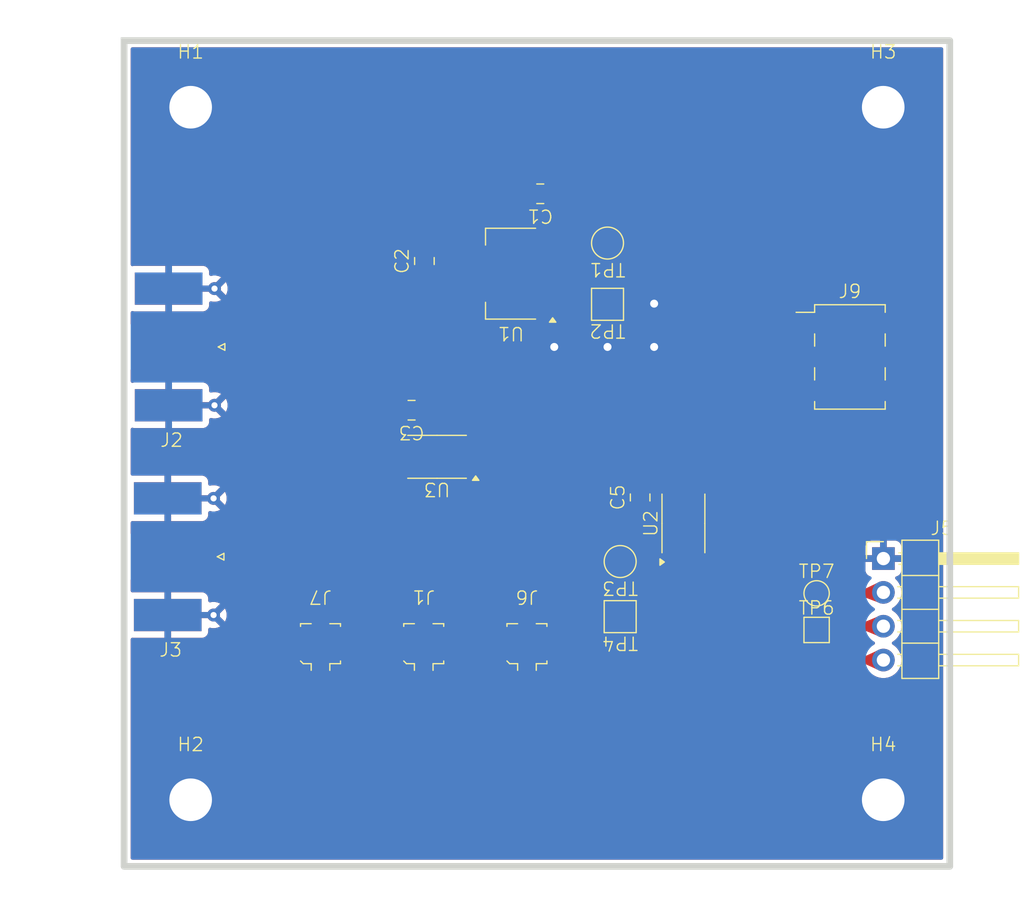
<source format=kicad_pcb>
(kicad_pcb (version 20241229) (generator "pcbnew") (generator_version "9.0")
  (title_block (title "LMPT Contraption – Project Caroline") (date "2025-07-28") (rev "B") (company "B4CKSP4CE") (comment 1 "CERN-OHL-S") (comment 2 "@heyflo"))
  (layers (0 "F.Cu" signal) (2 "B.Cu" signal) (25 "Edge.Cuts" user))
  (net 0 "")
  (net 1 "Net-(J5-Pin_2)")
  (net 2 "GND")
  (net 3 "+3V3")
  (net 4 "Net-(U1-VI)")
  (net 5 "Net-(J1-In)")
  (net 6 "Net-(J3-In)")
  (net 7 "Net-(J2-In)")
  (net 8 "Net-(J5-Pin_3)")
  (net 9 "Net-(J6-In)")
  (net 10 "Net-(J7-In)")
  (net 11 "Net-(J5-Pin_4)")
  (net 12 "Net-(J9-Pin_5)")
  (net 13 "Net-(J9-Pin_3)")
  (net 14 "Net-(J9-Pin_1)")
  (net 15 "Net-(U2-CLKIN)")
  (footprint "Capacitor_SMD:C_0805_2012Metric" (layer "F.Cu") (at 117.55 91.55 90)
    (property "Reference" "C2" (at 0 -1.68 90) (layer "F.SilkS") (effects (font (thickness 0.1))))
    (property "Value" "10uF 16V")
    (pad "1" smd roundrect (at -0.95 0 90) (size 1 1.45) (layers "F.Cu" "F.Mask" "F.Paste") (net 3 "+3V3"))
    (pad "2" smd roundrect (at 0.95 0 90) (size 1 1.45) (layers "F.Cu" "F.Mask" "F.Paste") (net 2 "GND"))
  )
  (footprint "Connector_Coaxial:U.FL_Molex_MCRF_73412-0110_Vertical" (layer "F.Cu") (at 109.75 120.28 180)
    (property "Reference" "J7" (at 0 3.5 180) (layer "F.SilkS") (effects (font (thickness 0.1))))
    (property "Value" "CLK_C")
    (pad "1" smd roundrect (at 0 1.5) (size 1 1) (layers "F.Cu" "F.Mask" "F.Paste") (roundrect_rratio 0.1) (net 10 "Net-(J7-In)"))
    (pad "2" smd roundrect (at -1.475 0) (size 1.05 2.2) (layers "F.Cu" "F.Mask" "F.Paste") (roundrect_rratio 0.1) (net 2 "GND"))
    (pad "2" smd roundrect (at 0 -1.5) (size 1 1) (layers "F.Cu" "F.Mask" "F.Paste") (roundrect_rratio 0.1) (net 2 "GND"))
    (pad "2" smd roundrect (at 1.475 0) (size 1.05 2.2) (layers "F.Cu" "F.Mask" "F.Paste") (roundrect_rratio 0.1) (net 2 "GND"))
  )
  (footprint "TestPoint:TestPoint_Pad_1.5x1.5mm" (layer "F.Cu") (at 147 119.25)
    (property "Reference" "TP6" (at 0 -1.648 0) (layer "F.SilkS") (effects (font (thickness 0.1))))
    (property "Value" "GNSS_RXD")
    (pad "1" smd rect (at 0 0) (size 1.5 1.5) (layers "F.Cu" "F.Mask") (net 8 "Net-(J5-Pin_3)"))
  )
  (footprint "TestPoint:TestPoint_Pad_2.0x2.0mm" (layer "F.Cu") (at 132.25 118.25 180)
    (property "Reference" "TP4" (at 0 -1.998 180) (layer "F.SilkS") (effects (font (thickness 0.1))))
    (property "Value" "GNSS_GND")
    (pad "1" smd rect (at 0 0 180) (size 2 2) (layers "F.Cu" "F.Mask") (net 2 "GND"))
  )
  (footprint "Package_SO:TSSOP-8_4.4x3mm_P0.65mm" (layer "F.Cu") (at 137 111.25 90)
    (property "Reference" "U2" (at 0 -2.45 90) (layer "F.SilkS") (effects (font (thickness 0.1))))
    (property "Value" "CDCV304")
    (pad "1" smd roundrect (at -2.8625 -0.975 90) (size 1.475 0.4) (layers "F.Cu" "F.Mask" "F.Paste") (net 15 "Net-(U2-CLKIN)"))
    (pad "2" smd roundrect (at -2.8625 -0.325 90) (size 1.475 0.4) (layers "F.Cu" "F.Mask" "F.Paste") (net 3 "+3V3"))
    (pad "3" smd roundrect (at -2.8625 0.325 90) (size 1.475 0.4) (layers "F.Cu" "F.Mask" "F.Paste") (net 11 "Net-(J5-Pin_4)"))
    (pad "4" smd roundrect (at -2.8625 0.975 90) (size 1.475 0.4) (layers "F.Cu" "F.Mask" "F.Paste") (net 2 "GND"))
    (pad "5" smd roundrect (at 2.8625 0.975 90) (size 1.475 0.4) (layers "F.Cu" "F.Mask" "F.Paste") (net 12 "Net-(J9-Pin_5)"))
    (pad "6" smd roundrect (at 2.8625 0.325 90) (size 1.475 0.4) (layers "F.Cu" "F.Mask" "F.Paste") (net 3 "+3V3"))
    (pad "7" smd roundrect (at 2.8625 -0.325 90) (size 1.475 0.4) (layers "F.Cu" "F.Mask" "F.Paste") (net 13 "Net-(J9-Pin_3)"))
    (pad "8" smd roundrect (at 2.8625 -0.975 90) (size 1.475 0.4) (layers "F.Cu" "F.Mask" "F.Paste") (net 14 "Net-(J9-Pin_1)"))
  )
  (footprint "Connector_Coaxial:U.FL_Molex_MCRF_73412-0110_Vertical" (layer "F.Cu") (at 117.5 120.28 180)
    (property "Reference" "J1" (at 0 3.5 180) (layer "F.SilkS") (effects (font (thickness 0.1))))
    (property "Value" "CLK_IN")
    (pad "1" smd roundrect (at 0 1.5) (size 1 1) (layers "F.Cu" "F.Mask" "F.Paste") (roundrect_rratio 0.1) (net 5 "Net-(J1-In)"))
    (pad "2" smd roundrect (at -1.475 0) (size 1.05 2.2) (layers "F.Cu" "F.Mask" "F.Paste") (roundrect_rratio 0.1) (net 2 "GND"))
    (pad "2" smd roundrect (at 0 -1.5) (size 1 1) (layers "F.Cu" "F.Mask" "F.Paste") (roundrect_rratio 0.1) (net 2 "GND"))
    (pad "2" smd roundrect (at 1.475 0) (size 1.05 2.2) (layers "F.Cu" "F.Mask" "F.Paste") (roundrect_rratio 0.1) (net 2 "GND"))
  )
  (footprint "MountingHole:MountingHole_3.2mm_M3_Pad_TopBottom" (layer "F.Cu") (at 100 80)
    (property "Reference" "H1" (at 0 -4.15 0) (layer "F.SilkS") (effects (font (thickness 0.1))))
    (property "Value" "M3 Pad Hole")
    (pad "1" thru_hole circle (at 0 0) (size 3.6 3.6) (drill 3.2) (layers "*.Cu" "*.Mask") (net 2 "GND"))
    (pad "1" connect circle (at 0 0) (size 6.4 6.4) (layers "F.Cu" "F.Mask") (net 2 "GND"))
    (pad "1" connect circle (at 0 0) (size 6.4 6.4) (layers "B.Cu" "B.Mask") (net 2 "GND"))
  )
  (footprint "Connector_Coaxial:SMA_Molex_73251-1153_EdgeMount_Horizontal" (layer "F.Cu") (at 100.07 98)
    (property "Reference" "J2" (at -1.5 7 0) (layer "F.SilkS") (effects (font (thickness 0.1))))
    (property "Value" "CLK_A")
    (pad "1" smd rect (at -1.72 0) (size 5.08 2.29) (layers "F.Cu" "F.Mask" "F.Paste") (net 7 "Net-(J2-In)"))
    (pad "2" smd rect (at -1.72 -4.38) (size 5.08 2.42) (layers "F.Cu" "F.Mask" "F.Paste") (net 2 "GND"))
    (pad "2" smd rect (at -1.72 -4.38) (size 5.08 2.42) (layers "B.Cu" "B.Mask" "B.Paste") (net 2 "GND"))
    (pad "2" smd rect (at -1.72 4.38) (size 5.08 2.42) (layers "F.Cu" "F.Mask" "F.Paste") (net 2 "GND"))
    (pad "2" smd rect (at -1.72 4.38) (size 5.08 2.42) (layers "B.Cu" "B.Mask" "B.Paste") (net 2 "GND"))
    (pad "2" smd rect (at 1.27 -4.38) (size 0.95 0.46) (layers "F.Cu") (net 2 "GND"))
    (pad "2" smd rect (at 1.27 -4.38) (size 0.95 0.46) (layers "B.Cu") (net 2 "GND"))
    (pad "2" smd rect (at 1.27 4.38) (size 0.95 0.46) (layers "F.Cu") (net 2 "GND"))
    (pad "2" smd rect (at 1.27 4.38) (size 0.95 0.46) (layers "B.Cu") (net 2 "GND"))
    (pad "2" thru_hole circle (at 1.72 -4.38) (size 0.97 0.97) (drill 0.46) (layers "*.Cu") (net 2 "GND"))
    (pad "2" thru_hole circle (at 1.72 4.38) (size 0.97 0.97) (drill 0.46) (layers "*.Cu") (net 2 "GND"))
  )
  (footprint "Connector_PinHeader_2.54mm:PinHeader_2x03_P2.54mm_Vertical_SMD" (layer "F.Cu") (at 149.5 98.75)
    (property "Reference" "J9" (at 0 -4.92 0) (layer "F.SilkS") (effects (font (thickness 0.1))))
    (property "Value" "PPS_OUT")
    (pad "1" smd rect (at -2.525 -2.54) (size 3.15 1) (layers "F.Cu" "F.Mask" "F.Paste") (net 14 "Net-(J9-Pin_1)"))
    (pad "2" smd rect (at 2.525 -2.54) (size 3.15 1) (layers "F.Cu" "F.Mask" "F.Paste") (net 2 "GND"))
    (pad "3" smd rect (at -2.525 0) (size 3.15 1) (layers "F.Cu" "F.Mask" "F.Paste") (net 13 "Net-(J9-Pin_3)"))
    (pad "4" smd rect (at 2.525 0) (size 3.15 1) (layers "F.Cu" "F.Mask" "F.Paste") (net 2 "GND"))
    (pad "5" smd rect (at -2.525 2.54) (size 3.15 1) (layers "F.Cu" "F.Mask" "F.Paste") (net 12 "Net-(J9-Pin_5)"))
    (pad "6" smd rect (at 2.525 2.54) (size 3.15 1) (layers "F.Cu" "F.Mask" "F.Paste") (net 2 "GND"))
  )
  (footprint "TestPoint:TestPoint_Pad_D1.5mm" (layer "F.Cu") (at 147 116.5)
    (property "Reference" "TP7" (at 0 -1.648 0) (layer "F.SilkS") (effects (font (thickness 0.1))))
    (property "Value" "GNSS_TXD")
    (pad "1" smd circle (at 0 0) (size 1.5 1.5) (layers "F.Cu" "F.Mask") (net 1 "Net-(J5-Pin_2)"))
  )
  (footprint "MountingHole:MountingHole_3.2mm_M3_Pad_TopBottom" (layer "F.Cu") (at 152 132)
    (property "Reference" "H4" (at 0 -4.15 0) (layer "F.SilkS") (effects (font (thickness 0.1))))
    (property "Value" "M3 Pad Hole")
    (pad "1" thru_hole circle (at 0 0) (size 3.6 3.6) (drill 3.2) (layers "*.Cu" "*.Mask") (net 2 "GND"))
    (pad "1" connect circle (at 0 0) (size 6.4 6.4) (layers "F.Cu" "F.Mask") (net 2 "GND"))
    (pad "1" connect circle (at 0 0) (size 6.4 6.4) (layers "B.Cu" "B.Mask") (net 2 "GND"))
  )
  (footprint "Package_TO_SOT_SMD:SOT-223-3_TabPin2" (layer "F.Cu") (at 124.05 92.5 180)
    (property "Reference" "U1" (at 0 -4.5 180) (layer "F.SilkS") (effects (font (thickness 0.1))))
    (property "Value" "LT1117-3.3")
    (pad "1" smd roundrect (at -3.15 -2.3 180) (size 2 1.5) (layers "F.Cu" "F.Mask" "F.Paste") (net 2 "GND"))
    (pad "2" smd roundrect (at -3.15 0 180) (size 2 1.5) (layers "F.Cu" "F.Mask" "F.Paste") (net 3 "+3V3"))
    (pad "2" smd roundrect (at 3.15 0 180) (size 2 3.8) (layers "F.Cu" "F.Mask" "F.Paste") (net 3 "+3V3"))
    (pad "3" smd roundrect (at -3.15 2.3 180) (size 2 1.5) (layers "F.Cu" "F.Mask" "F.Paste") (net 4 "Net-(U1-VI)"))
  )
  (footprint "Package_SO:TSSOP-8_4.4x3mm_P0.65mm" (layer "F.Cu") (at 118.5 106.25 180)
    (property "Reference" "U3" (at 0 -2.45 180) (layer "F.SilkS") (effects (font (thickness 0.1))))
    (property "Value" "CDCV304")
    (pad "1" smd roundrect (at -2.8625 -0.975 180) (size 1.475 0.4) (layers "F.Cu" "F.Mask" "F.Paste") (net 5 "Net-(J1-In)"))
    (pad "2" smd roundrect (at -2.8625 -0.325 180) (size 1.475 0.4) (layers "F.Cu" "F.Mask" "F.Paste") (net 3 "+3V3"))
    (pad "3" smd roundrect (at -2.8625 0.325 180) (size 1.475 0.4) (layers "F.Cu" "F.Mask" "F.Paste") (net 9 "Net-(J6-In)"))
    (pad "4" smd roundrect (at -2.8625 0.975 180) (size 1.475 0.4) (layers "F.Cu" "F.Mask" "F.Paste") (net 2 "GND"))
    (pad "5" smd roundrect (at 2.8625 0.975 180) (size 1.475 0.4) (layers "F.Cu" "F.Mask" "F.Paste") (net 7 "Net-(J2-In)"))
    (pad "6" smd roundrect (at 2.8625 0.325 180) (size 1.475 0.4) (layers "F.Cu" "F.Mask" "F.Paste") (net 3 "+3V3"))
    (pad "7" smd roundrect (at 2.8625 -0.325 180) (size 1.475 0.4) (layers "F.Cu" "F.Mask" "F.Paste") (net 6 "Net-(J3-In)"))
    (pad "8" smd roundrect (at 2.8625 -0.975 180) (size 1.475 0.4) (layers "F.Cu" "F.Mask" "F.Paste") (net 10 "Net-(J7-In)"))
  )
  (footprint "Capacitor_SMD:C_0805_2012Metric" (layer "F.Cu") (at 126.25 86.5 180)
    (property "Reference" "C1" (at 0 -1.68 180) (layer "F.SilkS") (effects (font (thickness 0.1))))
    (property "Value" "10uF 16V")
    (pad "1" smd roundrect (at -0.95 0 180) (size 1 1.45) (layers "F.Cu" "F.Mask" "F.Paste") (net 4 "Net-(U1-VI)"))
    (pad "2" smd roundrect (at 0.95 0 180) (size 1 1.45) (layers "F.Cu" "F.Mask" "F.Paste") (net 2 "GND"))
  )
  (footprint "MountingHole:MountingHole_3.2mm_M3_Pad_TopBottom" (layer "F.Cu") (at 152 80)
    (property "Reference" "H3" (at 0 -4.15 0) (layer "F.SilkS") (effects (font (thickness 0.1))))
    (property "Value" "M3 Pad Hole")
    (pad "1" thru_hole circle (at 0 0) (size 3.6 3.6) (drill 3.2) (layers "*.Cu" "*.Mask") (net 2 "GND"))
    (pad "1" connect circle (at 0 0) (size 6.4 6.4) (layers "F.Cu" "F.Mask") (net 2 "GND"))
    (pad "1" connect circle (at 0 0) (size 6.4 6.4) (layers "B.Cu" "B.Mask") (net 2 "GND"))
  )
  (footprint "TestPoint:TestPoint_Pad_D2.0mm" (layer "F.Cu") (at 132.25 114.1125 180)
    (property "Reference" "TP3" (at 0 -1.998 180) (layer "F.SilkS") (effects (font (thickness 0.1))))
    (property "Value" "GNSS_PPS")
    (pad "1" smd circle (at 0 0 180) (size 2 2) (layers "F.Cu" "F.Mask") (net 15 "Net-(U2-CLKIN)"))
  )
  (footprint "TestPoint:TestPoint_Pad_2.0x2.0mm" (layer "F.Cu") (at 131.3 94.8 180)
    (property "Reference" "TP2" (at 0 -1.998 180) (layer "F.SilkS") (effects (font (thickness 0.1))))
    (property "Value" "GND")
    (pad "1" smd rect (at 0 0 180) (size 2 2) (layers "F.Cu" "F.Mask") (net 2 "GND"))
  )
  (footprint "TestPoint:TestPoint_Pad_D2.0mm" (layer "F.Cu") (at 131.3 90.2 180)
    (property "Reference" "TP1" (at 0 -1.998 180) (layer "F.SilkS") (effects (font (thickness 0.1))))
    (property "Value" "VIN")
    (pad "1" smd circle (at 0 0 180) (size 2 2) (layers "F.Cu" "F.Mask") (net 4 "Net-(U1-VI)"))
  )
  (footprint "Capacitor_SMD:C_0805_2012Metric" (layer "F.Cu") (at 133.75 109.3 90)
    (property "Reference" "C5" (at 0 -1.68 90) (layer "F.SilkS") (effects (font (thickness 0.1))))
    (property "Value" "0.1uF 6.3V")
    (pad "1" smd roundrect (at -0.95 0 90) (size 1 1.45) (layers "F.Cu" "F.Mask" "F.Paste") (net 3 "+3V3"))
    (pad "2" smd roundrect (at 0.95 0 90) (size 1 1.45) (layers "F.Cu" "F.Mask" "F.Paste") (net 2 "GND"))
  )
  (footprint "Capacitor_SMD:C_0805_2012Metric" (layer "F.Cu") (at 116.5875 102.75 180)
    (property "Reference" "C3" (at 0 -1.68 180) (layer "F.SilkS") (effects (font (thickness 0.1))))
    (property "Value" "0.1uF 6.3V")
    (pad "1" smd roundrect (at -0.95 0 180) (size 1 1.45) (layers "F.Cu" "F.Mask" "F.Paste") (net 3 "+3V3"))
    (pad "2" smd roundrect (at 0.95 0 180) (size 1 1.45) (layers "F.Cu" "F.Mask" "F.Paste") (net 2 "GND"))
  )
  (footprint "Connector_Coaxial:SMA_Molex_73251-1153_EdgeMount_Horizontal" (layer "F.Cu") (at 100 113.75)
    (property "Reference" "J3" (at -1.5 7 0) (layer "F.SilkS") (effects (font (thickness 0.1))))
    (property "Value" "CLK_B")
    (pad "1" smd rect (at -1.72 0) (size 5.08 2.29) (layers "F.Cu" "F.Mask" "F.Paste") (net 6 "Net-(J3-In)"))
    (pad "2" smd rect (at -1.72 -4.38) (size 5.08 2.42) (layers "F.Cu" "F.Mask" "F.Paste") (net 2 "GND"))
    (pad "2" smd rect (at -1.72 -4.38) (size 5.08 2.42) (layers "B.Cu" "B.Mask" "B.Paste") (net 2 "GND"))
    (pad "2" smd rect (at -1.72 4.38) (size 5.08 2.42) (layers "F.Cu" "F.Mask" "F.Paste") (net 2 "GND"))
    (pad "2" smd rect (at -1.72 4.38) (size 5.08 2.42) (layers "B.Cu" "B.Mask" "B.Paste") (net 2 "GND"))
    (pad "2" smd rect (at 1.27 -4.38) (size 0.95 0.46) (layers "F.Cu") (net 2 "GND"))
    (pad "2" smd rect (at 1.27 -4.38) (size 0.95 0.46) (layers "B.Cu") (net 2 "GND"))
    (pad "2" smd rect (at 1.27 4.38) (size 0.95 0.46) (layers "F.Cu") (net 2 "GND"))
    (pad "2" smd rect (at 1.27 4.38) (size 0.95 0.46) (layers "B.Cu") (net 2 "GND"))
    (pad "2" thru_hole circle (at 1.72 -4.38) (size 0.97 0.97) (drill 0.46) (layers "*.Cu") (net 2 "GND"))
    (pad "2" thru_hole circle (at 1.72 4.38) (size 0.97 0.97) (drill 0.46) (layers "*.Cu") (net 2 "GND"))
  )
  (footprint "Connector_PinHeader_2.54mm:PinHeader_1x04_P2.54mm_Horizontal" (layer "F.Cu") (at 152.015 113.89)
    (property "Reference" "J5" (at 4.385 -2.27 0) (layer "F.SilkS") (effects (font (thickness 0.1))))
    (property "Value" "RPI_CONN")
    (pad "1" thru_hole rect (at 0 0) (size 1.7 1.7) (drill 1) (layers "*.Cu" "*.Mask") (net 2 "GND"))
    (pad "2" thru_hole circle (at 0 2.54) (size 1.7 1.7) (drill 1) (layers "*.Cu" "*.Mask") (net 1 "Net-(J5-Pin_2)"))
    (pad "3" thru_hole circle (at 0 5.08) (size 1.7 1.7) (drill 1) (layers "*.Cu" "*.Mask") (net 8 "Net-(J5-Pin_3)"))
    (pad "4" thru_hole circle (at 0 7.62) (size 1.7 1.7) (drill 1) (layers "*.Cu" "*.Mask") (net 11 "Net-(J5-Pin_4)"))
  )
  (footprint "MountingHole:MountingHole_3.2mm_M3_Pad_TopBottom" (layer "F.Cu") (at 100 132)
    (property "Reference" "H2" (at 0 -4.15 0) (layer "F.SilkS") (effects (font (thickness 0.1))))
    (property "Value" "M3 Pad Hole")
    (pad "1" thru_hole circle (at 0 0) (size 3.6 3.6) (drill 3.2) (layers "*.Cu" "*.Mask") (net 2 "GND"))
    (pad "1" connect circle (at 0 0) (size 6.4 6.4) (layers "F.Cu" "F.Mask") (net 2 "GND"))
    (pad "1" connect circle (at 0 0) (size 6.4 6.4) (layers "B.Cu" "B.Mask") (net 2 "GND"))
  )
  (footprint "Connector_Coaxial:U.FL_Molex_MCRF_73412-0110_Vertical" (layer "F.Cu") (at 125.25 120.28 180)
    (property "Reference" "J6" (at 0 3.5 180) (layer "F.SilkS") (effects (font (thickness 0.1))))
    (property "Value" "CLK_D")
    (pad "1" smd roundrect (at 0 1.5) (size 1 1) (layers "F.Cu" "F.Mask" "F.Paste") (roundrect_rratio 0.1) (net 9 "Net-(J6-In)"))
    (pad "2" smd roundrect (at -1.475 0) (size 1.05 2.2) (layers "F.Cu" "F.Mask" "F.Paste") (roundrect_rratio 0.1) (net 2 "GND"))
    (pad "2" smd roundrect (at 0 -1.5) (size 1 1) (layers "F.Cu" "F.Mask" "F.Paste") (roundrect_rratio 0.1) (net 2 "GND"))
    (pad "2" smd roundrect (at 1.475 0) (size 1.05 2.2) (layers "F.Cu" "F.Mask" "F.Paste") (roundrect_rratio 0.1) (net 2 "GND"))
  )
  (gr_poly (pts (xy 111.898444 82.352509) (xy 111.9007 82.352722) (xy 111.902943 82.353072) (xy 111.905166 82.353559) (xy 111.907364 82.354181) (xy 111.909529 82.35494) (xy 111.911656 82.355835) (xy 111.913737 82.356867) (xy 111.98243 82.394497) (xy 112.05037 82.433376) (xy 112.11754 82.473491) (xy 112.183925 82.514829) (xy 112.249507 82.557379) (xy 112.314271 82.601128) (xy 112.378201 82.646065) (xy 112.441279 82.692178) (xy 112.503491 82.739453) (xy 112.564819 82.78788) (xy 112.625248 82.837445) (xy 112.684762 82.888138) (xy 112.743343 82.939945) (xy 112.800976 82.992855) (xy 112.857644 83.046855) (xy 112.913332 83.101934) (xy 112.914726 83.103466) (xy 112.916031 83.105049) (xy 112.917245 83.106679) (xy 112.91837 83.108353) (xy 112.919404 83.110068) (xy 112.920349 83.11182) (xy 112.921204 83.113605) (xy 112.921968 83.115421) (xy 112.922643 83.117265) (xy 112.923228 83.119132) (xy 112.923723 83.121019) (xy 112.924127 83.122923) (xy 112.924442 83.124841) (xy 112.924667 83.126769) (xy 112.924802 83.128703) (xy 112.924847 83.130641) (xy 112.924802 83.132579) (xy 112.924667 83.134514) (xy 112.924442 83.136442) (xy 112.924127 83.138359) (xy 112.923723 83.140264) (xy 112.923228 83.142151) (xy 112.922643 83.144018) (xy 112.921968 83.145861) (xy 112.921204 83.147677) (xy 112.920349 83.149463) (xy 112.919404 83.151215) (xy 112.91837 83.15293) (xy 112.917245 83.154604) (xy 112.916031 83.156234) (xy 112.914726 83.157817) (xy 112.913332 83.159349) (xy 112.64585 83.446781) (xy 112.443281 83.671378) (xy 112.221479 83.925284) (xy 112.000434 84.190043) (xy 111.896441 84.320723) (xy 111.800134 84.447195) (xy 111.714011 84.567152) (xy 111.64057 84.678285) (xy 111.582311 84.778287) (xy 111.541731 84.864853) (xy 111.541084 84.866595) (xy 111.540544 84.868362) (xy 111.540112 84.870148) (xy 111.539787 84.871948) (xy 111.539569 84.873759) (xy 111.539456 84.875575) (xy 111.53945 84.877392) (xy 111.53955 84.879204) (xy 111.539754 84.881008) (xy 111.540063 84.882798) (xy 111.540476 84.88457) (xy 111.540994 84.886319) (xy 111.541614 84.888041) (xy 111.542338 84.88973) (xy 111.543165 84.891382) (xy 111.544094 84.892992) (xy 111.545117 84.894544) (xy 111.546223 84.896023) (xy 111.547408 84.897427) (xy 111.548669 84.898754) (xy 111.55 84.9) (xy 111.551399 84.901164) (xy 111.552861 84.902242) (xy 111.554382 84.903233) (xy 111.555958 84.904134) (xy 111.557585 84.904943) (xy 111.559258 84.905657) (xy 111.560975 84.906273) (xy 111.562731 84.90679) (xy 111.564521 84.907204) (xy 111.566342 84.907513) (xy 111.56819 84.907715) (xy 111.69066 84.920818) (xy 111.826297 84.94956) (xy 111.972124 84.994311) (xy 112.125167 85.055444) (xy 112.282449 85.133329) (xy 112.440997 85.228337) (xy 112.597833 85.340841) (xy 112.749984 85.471211) (xy 112.823372 85.543212) (xy 112.894473 85.619819) (xy 112.962915 85.701078) (xy 113.028325 85.787036) (xy 113.090332 85.877739) (xy 113.148565 85.973233) (xy 113.20265 86.073565) (xy 113.252217 86.178782) (xy 113.296893 86.288929) (xy 113.336306 86.404053) (xy 113.370084 86.524201) (xy 113.397856 86.649418) (xy 113.41925 86.779753) (xy 113.433893 86.915249) (xy 113.441413 87.055955) (xy 113.44144 87.201917) (xy 113.433847 87.367473) (xy 113.420051 87.525996) (xy 113.400423 87.677621) (xy 113.375338 87.822485) (xy 113.34517 87.960725) (xy 113.310291 88.092477) (xy 113.271075 88.217877) (xy 113.227896 88.337062) (xy 113.181128 88.450169) (xy 113.131143 88.557333) (xy 113.078315 88.658692) (xy 113.023019 88.754381) (xy 112.965626 88.844537) (xy 112.906512 88.929296) (xy 112.846049 89.008795) (xy 112.784611 89.083171) (xy 112.722572 89.152559) (xy 112.660305 89.217097) (xy 112.598183 89.276919) (xy 112.53658 89.332164) (xy 112.416426 89.429466) (xy 112.30283 89.510093) (xy 112.198781 89.575136) (xy 112.107267 89.625687) (xy 112.031276 89.662837) (xy 111.973796 89.687678) (xy 111.973181 89.687918) (xy 111.972561 89.688132) (xy 111.971936 89.688321) (xy 111.971308 89.688483) (xy 111.970677 89.68862) (xy 111.970043 89.688732) (xy 111.969408 89.688818) (xy 111.968772 89.688879) (xy 111.968136 89.688915) (xy 111.9675 89.688927) (xy 111.966866 89.688914) (xy 111.966234 89.688876) (xy 111.965604 89.688814) (xy 111.964978 89.688728) (xy 111.96374 89.688485) (xy 111.962523 89.688147) (xy 111.961925 89.687943) (xy 111.961335 89.687716) (xy 111.960753 89.687466) (xy 111.96018 89.687194) (xy 111.959617 89.686899) (xy 111.959064 89.686581) (xy 111.958523 89.686241) (xy 111.957994 89.68588) (xy 111.957478 89.685496) (xy 111.956975 89.68509) (xy 111.956487 89.684663) (xy 111.956013 89.684215) (xy 111.955554 89.683745) (xy 111.955112 89.683255) (xy 111.954292 89.682226) (xy 111.953564 89.681147) (xy 111.952929 89.680025) (xy 111.952389 89.678866) (xy 111.951943 89.677674) (xy 111.951592 89.676456) (xy 111.951337 89.675218) (xy 111.951177 89.673965) (xy 111.951115 89.672704) (xy 111.951149 89.67144) (xy 111.951281 89.670179) (xy 111.951511 89.668928) (xy 111.95184 89.667691) (xy 111.952268 89.666475) (xy 111.952795 89.665286) (xy 111.953423 89.664129) (xy 111.991069 89.595317) (xy 112.037048 89.497313) (xy 112.060985 89.438427) (xy 112.084392 89.373519) (xy 112.106398 89.303013) (xy 112.12613 89.227335) (xy 112.142719 89.14691) (xy 112.155292 89.062163) (xy 112.162979 88.97352) (xy 112.164908 88.881405) (xy 112.160208 88.786243) (xy 112.148008 88.688461) (xy 112.127436 88.588482) (xy 112.113738 88.537803) (xy 112.097621 88.486733) (xy 112.075458 88.427293) (xy 112.050598 88.370772) (xy 112.023198 88.317104) (xy 111.993417 88.266225) (xy 111.961414 88.21807) (xy 111.927345 88.172574) (xy 111.89137 88.129674) (xy 111.853647 88.089304) (xy 111.814333 88.0514) (xy 111.773588 88.015897) (xy 111.731568 87.98273) (xy 111.688433 87.951836) (xy 111.64434 87.923148) (xy 111.599448 87.896603) (xy 111.507899 87.849683) (xy 111.41505 87.810557) (xy 111.322168 87.778709) (xy 111.230517 87.753622) (xy 111.141364 87.734779) (xy 111.055973 87.721663) (xy 110.97561 87.713756) (xy 110.901541 87.710542) (xy 110.83503 87.711504) (xy 110.704047 87.722365) (xy 110.574747 87.743003) (xy 110.448065 87.773508) (xy 110.324934 87.813972) (xy 110.264993 87.837967) (xy 110.206289 87.864485) (xy 110.14894 87.893538) (xy 110.093062 87.925137) (xy 110.038772 87.959294) (xy 109.986187 87.99602) (xy 109.935424 88.035327) (xy 109.886598 88.077224) (xy 109.839828 88.121725) (xy 109.795229 88.16884) (xy 109.752919 88.218581) (xy 109.713014 88.270958) (xy 109.67563 88.325984) (xy 109.640885 88.383669) (xy 109.608895 88.444026) (xy 109.579777 88.507065) (xy 109.553647 88.572797) (xy 109.530623 88.641234) (xy 109.510821 88.712388) (xy 109.494357 88.786269) (xy 109.481349 88.86289) (xy 109.471913 88.94226) (xy 109.466166 89.024393) (xy 109.464224 89.109298) (xy 109.467318 89.202906) (xy 109.476371 89.291623) (xy 109.491041 89.37557) (xy 109.510984 89.454865) (xy 109.535858 89.52963) (xy 109.56532 89.599983) (xy 109.599027 89.666045) (xy 109.636637 89.727935) (xy 109.677807 89.785773) (xy 109.722195 89.83968) (xy 109.769456 89.889775) (xy 109.819249 89.936177) (xy 109.871231 89.979008) (xy 109.925059 90.018386) (xy 109.98039 90.054431) (xy 110.036882 90.087264) (xy 110.094191 90.117004) (xy 110.151976 90.143771) (xy 110.267599 90.188865) (xy 110.381009 90.223505) (xy 110.489464 90.248651) (xy 110.590222 90.265261) (xy 110.68054 90.274294) (xy 110.757677 90.276709) (xy 110.818891 90.273464) (xy 110.819564 90.273461) (xy 110.820233 90.273485) (xy 110.820896 90.273537) (xy 110.821552 90.273615) (xy 110.822202 90.27372) (xy 110.822844 90.27385) (xy 110.823477 90.274006) (xy 110.824102 90.274187) (xy 110.824717 90.274392) (xy 110.825321 90.274621) (xy 110.825915 90.274874) (xy 110.826497 90.27515) (xy 110.827067 90.275448) (xy 110.827624 90.275768) (xy 110.828168 90.27611) (xy 110.828697 90.276474) (xy 110.829212 90.276857) (xy 110.829711 90.277262) (xy 110.830194 90.277686) (xy 110.83066 90.278129) (xy 110.831109 90.278591) (xy 110.831539 90.279071) (xy 110.831951 90.27957) (xy 110.832344 90.280086) (xy 110.832717 90.280618) (xy 110.833068 90.281168) (xy 110.833399 90.281733) (xy 110.833708 90.282314) (xy 110.833994 90.28291) (xy 110.834256 90.283521) (xy 110.834495 90.284146) (xy 110.834709 90.284785) (xy 110.834897 90.285432) (xy 110.835056 90.286081) (xy 110.835188 90.286733) (xy 110.835292 90.287386) (xy 110.83537 90.288039) (xy 110.83542 90.288692) (xy 110.835443 90.289344) (xy 110.83544 90.289995) (xy 110.835411 90.290642) (xy 110.835356 90.291286) (xy 110.835276 90.291927) (xy 110.83517 90.292562) (xy 110.835039 90.293192) (xy 110.834884 90.293815) (xy 110.834704 90.294432) (xy 110.834499 90.29504) (xy 110.834271 90.29564) (xy 110.834019 90.296231) (xy 110.833743 90.296812) (xy 110.833444 90.297381) (xy 110.833123 90.297939) (xy 110.832779 90.298485) (xy 110.832412 90.299018) (xy 110.832023 90.299537) (xy 110.831613 90.300041) (xy 110.831181 90.30053) (xy 110.830728 90.301002) (xy 110.830253 90.301458) (xy 110.829758 90.301896) (xy 110.829243 90.302316) (xy 110.828707 90.302717) (xy 110.828151 90.303097) (xy 110.769837 90.337653) (xy 110.673928 90.379864) (xy 110.532472 90.42595) (xy 110.442178 90.449266) (xy 110.337515 90.472133) (xy 110.217488 90.494079) (xy 110.081104 90.514632) (xy 109.927368 90.533319) (xy 109.755287 90.549668) (xy 109.563865 90.563206) (xy 109.35211 90.573461) (xy 109.119026 90.579961) (xy 108.86362 90.582232) (xy 108.477873 90.574894) (xy 108.105167 90.553999) (xy 107.746563 90.521226) (xy 107.40312 90.478255) (xy 107.0759 90.426766) (xy 106.765962 90.368436) (xy 106.474368 90.304947) (xy 106.202177 90.237976) (xy 105.950449 90.169205) (xy 105.720246 90.100311) (xy 105.512628 90.032975) (xy 105.328655 89.968875) (xy 105.035885 89.857103) (xy 104.850421 89.778429) (xy 104.847144 89.776851) (xy 104.843973 89.775107) (xy 104.840914 89.773204) (xy 104.837972 89.771147) (xy 104.835151 89.768942) (xy 104.832457 89.766595) (xy 104.829895 89.764111) (xy 104.827469 89.761496) (xy 104.825186 89.758757) (xy 104.82305 89.755899) (xy 104.821066 89.752927) (xy 104.81924 89.749848) (xy 104.817575 89.746666) (xy 104.816079 89.743389) (xy 104.814754 89.740022) (xy 104.813608 89.736571) (xy 104.812649 89.733062) (xy 104.811885 89.729525) (xy 104.811315 89.725968) (xy 104.810937 89.722398) (xy 104.810751 89.718822) (xy 104.810756 89.715249) (xy 104.810949 89.711686) (xy 104.811332 89.70814) (xy 104.811902 89.70462) (xy 104.812658 89.701133) (xy 104.813599 89.697686) (xy 104.814725 89.694287) (xy 104.816034 89.690944) (xy 104.817526 89.687665) (xy 104.819199 89.684456) (xy 104.821052 89.681326) (xy 105.090397 89.255083) (xy 105.146514 89.159022) (xy 105.209637 89.02598) (xy 105.289893 88.824738) (xy 105.382602 88.54665) (xy 105.432163 88.376088) (xy 105.48308 88.183074) (xy 105.53477 87.966525) (xy 105.586647 87.725363) (xy 105.638126 87.458506) (xy 105.68862 87.164874) (xy 105.714534 87.013438) (xy 105.742348 86.866521) (xy 105.771884 86.724142) (xy 105.802963 86.58632) (xy 105.835406 86.453075) (xy 105.869036 86.324424) (xy 105.903673 86.200388) (xy 105.939139 86.080984) (xy 105.975256 85.966231) (xy 106.011844 85.85615) (xy 106.085722 85.650074) (xy 106.159343 85.462906) (xy 106.231281 85.294799) (xy 106.300105 85.145903) (xy 106.364388 85.01637) (xy 106.4227 84.90635) (xy 106.473614 84.815994) (xy 106.547531 84.694882) (xy 106.57471 84.654243) (xy 106.612035 84.60009) (xy 106.724282 84.457409) (xy 106.80863 84.362142) (xy 106.911861 84.255867) (xy 107.034028 84.142294) (xy 107.175182 84.02513) (xy 107.335373 83.908084) (xy 107.514653 83.794864) (xy 107.713072 83.689178) (xy 107.819476 83.64032) (xy 107.930683 83.594736) (xy 108.046701 83.552889) (xy 108.167536 83.515244) (xy 108.293194 83.482263) (xy 108.423682 83.454411) (xy 108.559007 83.432151) (xy 108.699173 83.415947) (xy 108.844189 83.406261) (xy 108.99406 83.403558) (xy 109.126483 83.407116) (xy 109.253783 83.415946) (xy 109.376041 83.429737) (xy 109.493337 83.44818) (xy 109.605752 83.470962) (xy 109.713368 83.497775) (xy 109.816265 83.528306) (xy 109.914525 83.562246) (xy 110.008228 83.599283) (xy 110.097455 83.639108) (xy 110.182287 83.68141) (xy 110.262806 83.725878) (xy 110.339092 83.772201) (xy 110.411225 83.820069) (xy 110.479288 83.869171) (xy 110.543361 83.919198) (xy 110.603525 83.969837) (xy 110.65986 84.020779) (xy 110.712449 84.071713) (xy 110.761371 84.122328) (xy 110.848541 84.22136) (xy 110.922017 84.31539) (xy 110.982447 84.401935) (xy 111.03048 84.478508) (xy 111.066762 84.542625) (xy 111.091941 84.591801) (xy 111.092837 84.59326) (xy 111.093817 84.594647) (xy 111.094878 84.595961) (xy 111.096014 84.597198) (xy 111.097223 84.598356) (xy 111.098498 84.599433) (xy 111.099836 84.600425) (xy 111.101233 84.601331) (xy 111.102683 84.602147) (xy 111.104184 84.60287) (xy 111.10573 84.603499) (xy 111.107317 84.604031) (xy 111.108941 84.604462) (xy 111.110597 84.604791) (xy 111.112281 84.605015) (xy 111.113988 84.60513) (xy 111.114846 84.605147) (xy 111.1157 84.605135) (xy 111.117395 84.605031) (xy 111.11907 84.60482) (xy 111.12072 84.604504) (xy 111.122341 84.604086) (xy 111.123927 84.603567) (xy 111.125475 84.602951) (xy 111.12698 84.602239) (xy 111.128437 84.601434) (xy 111.129842 84.600539) (xy 111.13119 84.599555) (xy 111.132477 84.598485) (xy 111.133698 84.597331) (xy 111.134848 84.596095) (xy 111.135924 84.59478) (xy 111.136433 84.594094) (xy 111.136921 84.593389) (xy 111.230085 84.413276) (xy 111.315588 84.233206) (xy 111.393697 84.054371) (xy 111.464681 83.877968) (xy 111.528811 83.705191) (xy 111.586354 83.537235) (xy 111.637579 83.375294) (xy 111.682756 83.220565) (xy 111.722153 83.074241) (xy 111.75604 82.937518) (xy 111.808358 82.697653) (xy 111.841862 82.510529) (xy 111.858704 82.385705) (xy 111.85904 82.383407) (xy 111.859514 82.381149) (xy 111.860123 82.378937) (xy 111.860861 82.376776) (xy 111.861727 82.374671) (xy 111.862715 82.372627) (xy 111.863824 82.370651) (xy 111.865048 82.368746) (xy 111.866385 82.366918) (xy 111.86783 82.365173) (xy 111.869381 82.363515) (xy 111.871034 82.36195) (xy 111.872784 82.360483) (xy 111.874629 82.359119) (xy 111.876565 82.357865) (xy 111.878589 82.356723) (xy 111.880679 82.355709) (xy 111.882812 82.354831) (xy 111.884984 82.35409) (xy 111.887186 82.353486) (xy 111.889413 82.353017) (xy 111.891659 82.352686) (xy 111.893917 82.35249) (xy 111.896181 82.352431)) (fill yes) (layer "F.Cu"))
  (gr_rect (start 95 75) (end 157 137) (stroke (width 0.5)) (fill no) (layer "Edge.Cuts"))
  (segment (start 147 116.5) (end 151.945 116.5) (width 0.4) (layer "F.Cu") (net 1))
  (segment (start 151.945 116.5) (end 152.015 116.43) (width 0.4) (layer "F.Cu") (net 1))
  (via (at 134.8 94.75) (size 2.4) (drill 0.6) (layers "F.Cu" "B.Cu") (net 2))
  (via (at 131.3 98) (size 2.4) (drill 0.6) (layers "F.Cu" "B.Cu") (net 2))
  (via (at 127.3 98) (size 2.4) (drill 0.6) (layers "F.Cu" "B.Cu") (net 2))
  (via (at 134.8 98) (size 2.4) (drill 0.6) (layers "F.Cu" "B.Cu") (net 2))
  (segment (start 117.5375 105.925) (end 117.5375 102.75) (width 0.3) (layer "F.Cu") (net 3))
  (segment (start 137.325 110.325) (end 137.325 108.3875) (width 0.3) (layer "F.Cu") (net 3))
  (segment (start 115.6375 105.925) (end 117.5375 105.925) (width 0.3) (layer "F.Cu") (net 3))
  (segment (start 140.75 110.3) (end 140.725 110.325) (width 0.3) (layer "F.Cu") (net 3))
  (segment (start 117.5375 105.925) (end 118.1875 106.575) (width 0.3) (layer "F.Cu") (net 3))
  (segment (start 120.9 92.5) (end 127.2 92.5) (width 0.4) (layer "F.Cu") (net 3))
  (segment (start 120.9 92.5) (end 117.55 92.5) (width 0.4) (layer "F.Cu") (net 3))
  (segment (start 117.5375 102.75) (end 124 102.75) (width 0.3) (layer "F.Cu") (net 3))
  (segment (start 131.575 110.325) (end 137.325 110.325) (width 0.3) (layer "F.Cu") (net 3))
  (segment (start 117.5375 102.75) (end 117.5375 92.5125) (width 0.3) (layer "F.Cu") (net 3))
  (segment (start 136.675 114.1125) (end 136.675 110.325) (width 0.3) (layer "F.Cu") (net 3))
  (segment (start 117.5375 92.5125) (end 117.55 92.5) (width 0.3) (layer "F.Cu") (net 3))
  (segment (start 136.675 110.325) (end 137.325 110.325) (width 0.3) (layer "F.Cu") (net 3))
  (segment (start 118.1875 106.575) (end 121.3625 106.575) (width 0.3) (layer "F.Cu") (net 3))
  (segment (start 124 102.75) (end 131.575 110.325) (width 0.3) (layer "F.Cu") (net 3))
  (segment (start 127.2 86.5) (end 127.2 90.2) (width 0.4) (layer "F.Cu") (net 4))
  (segment (start 131.3 90.2) (end 127.2 90.2) (width 0.4) (layer "F.Cu") (net 4))
  (segment (start 117.5 115.75) (end 121.3625 111.8875) (width 0.3) (layer "F.Cu") (net 5))
  (segment (start 117.5 118.78) (end 117.5 115.75) (width 0.3) (layer "F.Cu") (net 5))
  (segment (start 121.3625 111.8875) (end 121.3625 107.225) (width 0.3) (layer "F.Cu") (net 5))
  (segment (start 112.425 106.575) (end 115.6375 106.575) (width 0.3) (layer "F.Cu") (net 6))
  (segment (start 105.25 113.75) (end 112.425 106.575) (width 0.3) (layer "F.Cu") (net 6))
  (segment (start 98.28 113.75) (end 105.25 113.75) (width 0.3) (layer "F.Cu") (net 6))
  (segment (start 105 98) (end 112.275 105.275) (width 0.3) (layer "F.Cu") (net 7))
  (segment (start 98.35 98) (end 105 98) (width 0.3) (layer "F.Cu") (net 7))
  (segment (start 112.275 105.275) (end 115.6375 105.275) (width 0.3) (layer "F.Cu") (net 7))
  (segment (start 147 119.25) (end 149.25 119.25) (width 0.4) (layer "F.Cu") (net 8))
  (segment (start 149.53 118.97) (end 152.015 118.97) (width 0.4) (layer "F.Cu") (net 8))
  (segment (start 149.25 119.25) (end 149.53 118.97) (width 0.4) (layer "F.Cu") (net 8))
  (segment (start 125.25 118.78) (end 125.25 107) (width 0.3) (layer "F.Cu") (net 9))
  (segment (start 125.25 107) (end 124.175 105.925) (width 0.3) (layer "F.Cu") (net 9))
  (segment (start 124.175 105.925) (end 121.3625 105.925) (width 0.3) (layer "F.Cu") (net 9))
  (segment (start 109.75 118.78) (end 109.75 115.75) (width 0.3) (layer "F.Cu") (net 10))
  (segment (start 115.6375 109.8625) (end 115.6375 107.225) (width 0.3) (layer "F.Cu") (net 10))
  (segment (start 109.75 115.75) (end 115.6375 109.8625) (width 0.3) (layer "F.Cu") (net 10))
  (segment (start 139.013674 118.513675) (end 139.098528 118.598528) (width 0.3) (layer "F.Cu") (net 11))
  (segment (start 142.01 121.51) (end 152.015 121.51) (width 0.3) (layer "F.Cu") (net 11))
  (segment (start 138.589412 117.750001) (end 138.627944 117.711466) (width 0.3) (layer "F.Cu") (net 11))
  (segment (start 138.967356 117.711467) (end 139.052208 117.796319) (width 0.3) (layer "F.Cu") (net 11))
  (segment (start 139.052208 118.135731) (end 139.013673 118.174263) (width 0.3) (layer "F.Cu") (net 11))
  (segment (start 137.325 114.1125) (end 137.325 116.825) (width 0.3) (layer "F.Cu") (net 11))
  (segment (start 140.296029 119.796029) (end 142.01 121.51) (width 0.3) (layer "F.Cu") (net 11))
  (segment (start 139.098528 118.598528) (end 140.296029 119.796029) (width 0.3) (layer "F.Cu") (net 11))
  (segment (start 137.325 116.825) (end 138.25 117.75) (width 0.3) (layer "F.Cu") (net 11))
  (arc (start 139.013673 118.174263) (mid 138.94338 118.343969) (end 139.013674 118.513675) (width 0.3) (layer "F.Cu") (net 11))
  (arc (start 139.052208 117.796319) (mid 139.122502 117.966024) (end 139.052208 118.135731) (width 0.3) (layer "F.Cu") (net 11))
  (arc (start 138.25 117.75) (mid 138.419706 117.820294) (end 138.589412 117.750001) (width 0.3) (layer "F.Cu") (net 11))
  (arc (start 138.627944 117.711466) (mid 138.79765 117.641173) (end 138.967356 117.711467) (width 0.3) (layer "F.Cu") (net 11))
  (segment (start 139.098528 104.151471) (end 139.098529 104.151471) (width 0.3) (layer "F.Cu") (net 12))
  (segment (start 141.55926 101.690736) (end 141.644115 101.605884) (width 0.3) (layer "F.Cu") (net 12))
  (segment (start 141.068245 103.23619) (end 140.710731 102.878676) (width 0.3) (layer "F.Cu") (net 12))
  (segment (start 140.286469 103.302942) (end 140.643982 103.660455) (width 0.3) (layer "F.Cu") (net 12))
  (segment (start 139.947057 103.302942) (end 139.947058 103.302942) (width 0.3) (layer "F.Cu") (net 12))
  (segment (start 139.286365 105.357543) (end 139.371217 105.27269) (width 0.3) (layer "F.Cu") (net 12))
  (segment (start 140.134894 104.509014) (end 140.219746 104.424161) (width 0.3) (layer "F.Cu") (net 12))
  (segment (start 140.795586 102.454413) (end 140.795587 102.454413) (width 0.3) (layer "F.Cu") (net 12))
  (segment (start 141.644115 101.605884) (end 141.96 101.29) (width 0.3) (layer "F.Cu") (net 12))
  (segment (start 141.96 101.29) (end 142.676324 101.29) (width 0.3) (layer "F.Cu") (net 12))
  (segment (start 140.983393 103.660455) (end 141.068245 103.575602) (width 0.3) (layer "F.Cu") (net 12))
  (segment (start 138.589411 105) (end 138.946954 105.357543) (width 0.3) (layer "F.Cu") (net 12))
  (segment (start 140.710731 102.539265) (end 140.795586 102.454413) (width 0.3) (layer "F.Cu") (net 12))
  (segment (start 139.862202 103.387794) (end 139.947057 103.302942) (width 0.3) (layer "F.Cu") (net 12))
  (segment (start 141.831952 102.811956) (end 141.916804 102.727103) (width 0.3) (layer "F.Cu") (net 12))
  (segment (start 139.371217 104.933278) (end 139.013673 104.575734) (width 0.3) (layer "F.Cu") (net 12))
  (segment (start 139.43794 104.151471) (end 139.795483 104.509014) (width 0.3) (layer "F.Cu") (net 12))
  (segment (start 139.013673 104.236323) (end 139.098528 104.151471) (width 0.3) (layer "F.Cu") (net 12))
  (segment (start 141.916804 102.387691) (end 141.55926 102.030147) (width 0.3) (layer "F.Cu") (net 12))
  (segment (start 142.676324 101.29) (end 146.975 101.29) (width 0.3) (layer "F.Cu") (net 12))
  (segment (start 137.975 105.275) (end 138.25 105) (width 0.3) (layer "F.Cu") (net 12))
  (segment (start 140.219746 104.084749) (end 139.862202 103.727205) (width 0.3) (layer "F.Cu") (net 12))
  (segment (start 137.975 108.3875) (end 137.975 105.275) (width 0.3) (layer "F.Cu") (net 12))
  (segment (start 141.134998 102.454413) (end 141.492541 102.811956) (width 0.3) (layer "F.Cu") (net 12))
  (arc (start 141.916804 102.727103) (mid 141.987099 102.557397) (end 141.916804 102.387691) (width 0.3) (layer "F.Cu") (net 12))
  (arc (start 139.013673 104.575734) (mid 138.943378 104.406029) (end 139.013673 104.236323) (width 0.3) (layer "F.Cu") (net 12))
  (arc (start 138.25 105) (mid 138.419705 104.929706) (end 138.589411 105) (width 0.3) (layer "F.Cu") (net 12))
  (arc (start 140.643982 103.660455) (mid 140.813688 103.730749) (end 140.983393 103.660455) (width 0.3) (layer "F.Cu") (net 12))
  (arc (start 141.068245 103.575602) (mid 141.13854 103.405896) (end 141.068245 103.23619) (width 0.3) (layer "F.Cu") (net 12))
  (arc (start 140.710731 102.878676) (mid 140.640436 102.708971) (end 140.710731 102.539265) (width 0.3) (layer "F.Cu") (net 12))
  (arc (start 139.947058 103.302942) (mid 140.116763 103.232648) (end 140.286469 103.302942) (width 0.3) (layer "F.Cu") (net 12))
  (arc (start 139.098529 104.151471) (mid 139.268234 104.081177) (end 139.43794 104.151471) (width 0.3) (layer "F.Cu") (net 12))
  (arc (start 141.55926 102.030147) (mid 141.488965 101.860442) (end 141.55926 101.690736) (width 0.3) (layer "F.Cu") (net 12))
  (arc (start 140.795587 102.454413) (mid 140.965292 102.384119) (end 141.134998 102.454413) (width 0.3) (layer "F.Cu") (net 12))
  (arc (start 139.795483 104.509014) (mid 139.965189 104.579308) (end 140.134894 104.509014) (width 0.3) (layer "F.Cu") (net 12))
  (arc (start 139.371217 105.27269) (mid 139.441512 105.102984) (end 139.371217 104.933278) (width 0.3) (layer "F.Cu") (net 12))
  (arc (start 139.862202 103.727205) (mid 139.791907 103.5575) (end 139.862202 103.387794) (width 0.3) (layer "F.Cu") (net 12))
  (arc (start 140.219746 104.424161) (mid 140.290041 104.254455) (end 140.219746 104.084749) (width 0.3) (layer "F.Cu") (net 12))
  (arc (start 138.946954 105.357543) (mid 139.11666 105.427837) (end 139.286365 105.357543) (width 0.3) (layer "F.Cu") (net 12))
  (arc (start 141.492541 102.811956) (mid 141.662247 102.88225) (end 141.831952 102.811956) (width 0.3) (layer "F.Cu") (net 12))
  (segment (start 139.688149 102.311852) (end 139.688149 102.311851) (width 0.3) (layer "F.Cu") (net 13))
  (segment (start 140.536679 101.463322) (end 140.536679 101.463321) (width 0.3) (layer "F.Cu") (net 13))
  (segment (start 140.269127 100.516947) (end 140.353982 100.432093) (width 0.3) (layer "F.Cu") (net 13))
  (segment (start 140.693392 100.432094) (end 140.960945 100.699647) (width 0.3) (layer "F.Cu") (net 13))
  (segment (start 136.675 108.3875) (end 136.675 105.325) (width 0.3) (layer "F.Cu") (net 13))
  (segment (start 143.25 98.75) (end 146.975 98.75) (width 0.3) (layer "F.Cu") (net 13))
  (segment (start 138.83962 102.820969) (end 138.572107 102.553456) (width 0.3) (layer "F.Cu") (net 13))
  (segment (start 139.420574 101.365454) (end 139.505429 101.2806) (width 0.3) (layer "F.Cu") (net 13))
  (segment (start 142.125 99.875) (end 143.25 98.75) (width 0.3) (layer "F.Cu") (net 13))
  (segment (start 140.451827 101.548176) (end 140.536679 101.463322) (width 0.3) (layer "F.Cu") (net 13))
  (segment (start 141.844828 100.155171) (end 142.125 99.875) (width 0.3) (layer "F.Cu") (net 13))
  (segment (start 141.385209 100.614792) (end 141.844828 100.155171) (width 0.3) (layer "F.Cu") (net 13))
  (segment (start 139.68815 101.972439) (end 139.420575 101.704864) (width 0.3) (layer "F.Cu") (net 13))
  (segment (start 139.844839 101.280601) (end 140.112415 101.548177) (width 0.3) (layer "F.Cu") (net 13))
  (segment (start 140.53668 101.123909) (end 140.269128 100.856357) (width 0.3) (layer "F.Cu") (net 13))
  (segment (start 138.572106 102.214046) (end 138.656961 102.129192) (width 0.3) (layer "F.Cu") (net 13))
  (segment (start 138.996371 102.129193) (end 139.263885 102.396707) (width 0.3) (layer "F.Cu") (net 13))
  (segment (start 136.675 105.325) (end 138.839619 103.160381) (width 0.3) (layer "F.Cu") (net 13))
  (segment (start 139.603297 102.396706) (end 139.688149 102.311852) (width 0.3) (layer "F.Cu") (net 13))
  (segment (start 141.300357 100.699646) (end 141.385209 100.614792) (width 0.3) (layer "F.Cu") (net 13))
  (arc (start 139.688149 102.311851) (mid 139.758444 102.142145) (end 139.68815 101.972439) (width 0.3) (layer "F.Cu") (net 13))
  (arc (start 140.269128 100.856357) (mid 140.198834 100.686651) (end 140.269127 100.516947) (width 0.3) (layer "F.Cu") (net 13))
  (arc (start 138.839619 103.160381) (mid 138.909914 102.990675) (end 138.83962 102.820969) (width 0.3) (layer "F.Cu") (net 13))
  (arc (start 140.112415 101.548177) (mid 140.28212 101.618472) (end 140.451827 101.548176) (width 0.3) (layer "F.Cu") (net 13))
  (arc (start 140.960945 100.699647) (mid 141.13065 100.769942) (end 141.300357 100.699646) (width 0.3) (layer "F.Cu") (net 13))
  (arc (start 138.572107 102.553456) (mid 138.501813 102.38375) (end 138.572106 102.214046) (width 0.3) (layer "F.Cu") (net 13))
  (arc (start 139.505429 101.2806) (mid 139.675134 101.210306) (end 139.844839 101.280601) (width 0.3) (layer "F.Cu") (net 13))
  (arc (start 140.353982 100.432093) (mid 140.523687 100.361799) (end 140.693392 100.432094) (width 0.3) (layer "F.Cu") (net 13))
  (arc (start 140.536679 101.463321) (mid 140.606974 101.293615) (end 140.53668 101.123909) (width 0.3) (layer "F.Cu") (net 13))
  (arc (start 139.263885 102.396707) (mid 139.43359 102.467002) (end 139.603297 102.396706) (width 0.3) (layer "F.Cu") (net 13))
  (arc (start 139.420575 101.704864) (mid 139.350281 101.535158) (end 139.420574 101.365454) (width 0.3) (layer "F.Cu") (net 13))
  (arc (start 138.656961 102.129192) (mid 138.826666 102.058898) (end 138.996371 102.129193) (width 0.3) (layer "F.Cu") (net 13))
  (segment (start 136.025 103.725) (end 140.625 99.125) (width 0.3) (layer "F.Cu") (net 14))
  (segment (start 142.87853 96.871468) (end 143.234224 96.515775) (width 0.3) (layer "F.Cu") (net 14))
  (segment (start 140.625 98.4604) (end 141.344188 97.741213) (width 0.3) (layer "F.Cu") (net 14))
  (segment (start 141.676488 97.741214) (end 141.842639 97.907365) (width 0.3) (layer "F.Cu") (net 14))
  (segment (start 144.625 96.21) (end 146.975 96.21) (width 0.3) (layer "F.Cu") (net 14))
  (segment (start 141.842638 97.907362) (end 142.008789 98.073513) (width 0.3) (layer "F.Cu") (net 14))
  (segment (start 136.025 108.3875) (end 136.025 103.725) (width 0.3) (layer "F.Cu") (net 14))
  (segment (start 143.54 96.21) (end 144.625 96.21) (width 0.3) (layer "F.Cu") (net 14))
  (segment (start 141.842639 97.907365) (end 141.842638 97.907362) (width 0.3) (layer "F.Cu") (net 14))
  (segment (start 143.234224 96.515775) (end 143.54 96.21) (width 0.3) (layer "F.Cu") (net 14))
  (segment (start 142.341091 98.073513) (end 142.87853 97.536073) (width 0.3) (layer "F.Cu") (net 14))
  (arc (start 141.344188 97.741213) (mid 141.510338 97.672392) (end 141.676488 97.741214) (width 0.3) (layer "F.Cu") (net 14))
  (arc (start 142.008789 98.073513) (mid 142.17494 98.142335) (end 142.341091 98.073513) (width 0.3) (layer "F.Cu") (net 14))
  (arc (start 140.625 98.7927) (mid 140.556178 98.62655) (end 140.625 98.4604) (width 0.3) (layer "F.Cu") (net 14))
  (arc (start 142.87853 97.203771) (mid 142.809707 97.03762) (end 142.87853 96.871468) (width 0.3) (layer "F.Cu") (net 14))
  (arc (start 140.625 99.125) (mid 140.693822 98.95885) (end 140.625 98.7927) (width 0.3) (layer "F.Cu") (net 14))
  (arc (start 142.87853 97.536073) (mid 142.947352 97.369922) (end 142.87853 97.203771) (width 0.3) (layer "F.Cu") (net 14))
  (segment (start 136.025 114.1125) (end 132.25 114.1125) (width 0.4) (layer "F.Cu") (net 15))
  (zone (net 2) (net_name "GND") (layers "F.Cu" "B.Cu") (connect_pads (clearance 0.5)) (min_thickness 0.25) (fill yes (thermal_gap 0.5) (thermal_bridge_width 0.5))
    (polygon (pts (xy 95 75) (xy 157 75) (xy 157 137) (xy 95 137)))
  )
)
</source>
